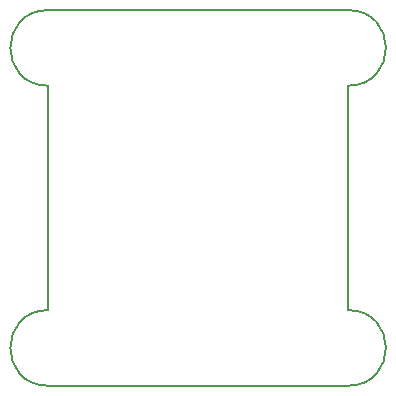
<source format=gbr>
G04 #@! TF.GenerationSoftware,KiCad,Pcbnew,(5.0.0)*
G04 #@! TF.CreationDate,2018-11-06T13:21:30+03:00*
G04 #@! TF.ProjectId,NeoModule,4E656F4D6F64756C652E6B696361645F,rev?*
G04 #@! TF.SameCoordinates,Original*
G04 #@! TF.FileFunction,Profile,NP*
%FSLAX46Y46*%
G04 Gerber Fmt 4.6, Leading zero omitted, Abs format (unit mm)*
G04 Created by KiCad (PCBNEW (5.0.0)) date 11/06/18 13:21:30*
%MOMM*%
%LPD*%
G01*
G04 APERTURE LIST*
%ADD10C,0.150000*%
G04 APERTURE END LIST*
D10*
X100000000Y-103200000D02*
G75*
G02X100000000Y-96800000I0J3200000D01*
G01*
X125400000Y-96800000D02*
G75*
G02X125400000Y-103200000I0J-3200000D01*
G01*
X125400000Y-71400000D02*
G75*
G02X125400000Y-77800000I0J-3200000D01*
G01*
X100000000Y-77800000D02*
G75*
G02X100000000Y-71400000I0J3200000D01*
G01*
X125400000Y-103200000D02*
X100000000Y-103200000D01*
X125400000Y-77800000D02*
X125400000Y-96800000D01*
X100000000Y-71400000D02*
X125400000Y-71400000D01*
X100000000Y-96800000D02*
X100000000Y-77800000D01*
M02*

</source>
